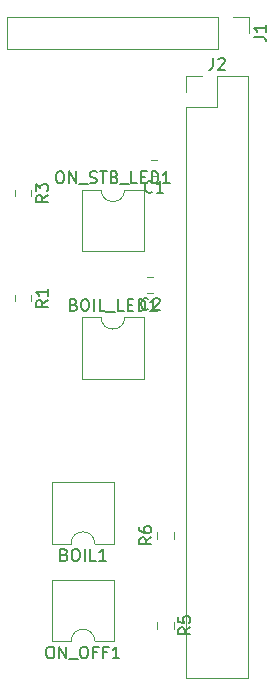
<source format=gbr>
G04 #@! TF.GenerationSoftware,KiCad,Pcbnew,(5.0.2)-1*
G04 #@! TF.CreationDate,2019-01-05T13:40:23-06:00*
G04 #@! TF.ProjectId,controller,636f6e74-726f-46c6-9c65-722e6b696361,rev?*
G04 #@! TF.SameCoordinates,Original*
G04 #@! TF.FileFunction,Legend,Top*
G04 #@! TF.FilePolarity,Positive*
%FSLAX46Y46*%
G04 Gerber Fmt 4.6, Leading zero omitted, Abs format (unit mm)*
G04 Created by KiCad (PCBNEW (5.0.2)-1) date 1/5/2019 1:40:23 PM*
%MOMM*%
%LPD*%
G01*
G04 APERTURE LIST*
%ADD10C,0.120000*%
%ADD11C,0.150000*%
G04 APERTURE END LIST*
D10*
G04 #@! TO.C,R1*
X128345000Y-77453748D02*
X128345000Y-77976252D01*
X126925000Y-77453748D02*
X126925000Y-77976252D01*
G04 #@! TO.C,R3*
X126925000Y-68563748D02*
X126925000Y-69086252D01*
X128345000Y-68563748D02*
X128345000Y-69086252D01*
G04 #@! TO.C,R5*
X140410000Y-105151422D02*
X140410000Y-105668578D01*
X138990000Y-105151422D02*
X138990000Y-105668578D01*
G04 #@! TO.C,R6*
X138990000Y-98051252D02*
X138990000Y-97528748D01*
X140410000Y-98051252D02*
X140410000Y-97528748D01*
G04 #@! TO.C,J2*
X141465001Y-109835001D02*
X146665001Y-109835001D01*
X141465001Y-61515001D02*
X141465001Y-109835001D01*
X146665001Y-58915001D02*
X146665001Y-109835001D01*
X141465001Y-61515001D02*
X144065001Y-61515001D01*
X144065001Y-61515001D02*
X144065001Y-58915001D01*
X144065001Y-58915001D02*
X146665001Y-58915001D01*
X141465001Y-60245001D02*
X141465001Y-58915001D01*
X141465001Y-58915001D02*
X142795001Y-58915001D01*
G04 #@! TO.C,J1*
X126305000Y-53915000D02*
X126305000Y-56575000D01*
X144145000Y-53915000D02*
X126305000Y-53915000D01*
X144145000Y-56575000D02*
X126305000Y-56575000D01*
X144145000Y-53915000D02*
X144145000Y-56575000D01*
X145415000Y-53915000D02*
X146745000Y-53915000D01*
X146745000Y-53915000D02*
X146745000Y-55245000D01*
G04 #@! TO.C,BOIL1*
X130065000Y-98485000D02*
X131715000Y-98485000D01*
X130065000Y-93285000D02*
X130065000Y-98485000D01*
X135365000Y-93285000D02*
X130065000Y-93285000D01*
X135365000Y-98485000D02*
X135365000Y-93285000D01*
X133715000Y-98485000D02*
X135365000Y-98485000D01*
X131715000Y-98485000D02*
G75*
G02X133715000Y-98485000I1000000J0D01*
G01*
G04 #@! TO.C,BOIL_LED1*
X136255000Y-79315000D02*
G75*
G02X134255000Y-79315000I-1000000J0D01*
G01*
X134255000Y-79315000D02*
X132605000Y-79315000D01*
X132605000Y-79315000D02*
X132605000Y-84515000D01*
X132605000Y-84515000D02*
X137905000Y-84515000D01*
X137905000Y-84515000D02*
X137905000Y-79315000D01*
X137905000Y-79315000D02*
X136255000Y-79315000D01*
G04 #@! TO.C,ON_OFF1*
X131715000Y-106740000D02*
G75*
G02X133715000Y-106740000I1000000J0D01*
G01*
X133715000Y-106740000D02*
X135365000Y-106740000D01*
X135365000Y-106740000D02*
X135365000Y-101540000D01*
X135365000Y-101540000D02*
X130065000Y-101540000D01*
X130065000Y-101540000D02*
X130065000Y-106740000D01*
X130065000Y-106740000D02*
X131715000Y-106740000D01*
G04 #@! TO.C,ON_STB_LED1*
X137905000Y-68520000D02*
X136255000Y-68520000D01*
X137905000Y-73720000D02*
X137905000Y-68520000D01*
X132605000Y-73720000D02*
X137905000Y-73720000D01*
X132605000Y-68520000D02*
X132605000Y-73720000D01*
X134255000Y-68520000D02*
X132605000Y-68520000D01*
X136255000Y-68520000D02*
G75*
G02X134255000Y-68520000I-1000000J0D01*
G01*
G04 #@! TO.C,C1*
X138991078Y-67385000D02*
X138473922Y-67385000D01*
X138991078Y-65965000D02*
X138473922Y-65965000D01*
G04 #@! TO.C,C2*
X138688578Y-75875001D02*
X138171422Y-75875001D01*
X138688578Y-77295001D02*
X138171422Y-77295001D01*
G04 #@! TO.C,R1*
D11*
X129737380Y-77881666D02*
X129261190Y-78215000D01*
X129737380Y-78453095D02*
X128737380Y-78453095D01*
X128737380Y-78072142D01*
X128785000Y-77976904D01*
X128832619Y-77929285D01*
X128927857Y-77881666D01*
X129070714Y-77881666D01*
X129165952Y-77929285D01*
X129213571Y-77976904D01*
X129261190Y-78072142D01*
X129261190Y-78453095D01*
X129737380Y-76929285D02*
X129737380Y-77500714D01*
X129737380Y-77215000D02*
X128737380Y-77215000D01*
X128880238Y-77310238D01*
X128975476Y-77405476D01*
X129023095Y-77500714D01*
G04 #@! TO.C,R3*
X129737380Y-68991666D02*
X129261190Y-69325000D01*
X129737380Y-69563095D02*
X128737380Y-69563095D01*
X128737380Y-69182142D01*
X128785000Y-69086904D01*
X128832619Y-69039285D01*
X128927857Y-68991666D01*
X129070714Y-68991666D01*
X129165952Y-69039285D01*
X129213571Y-69086904D01*
X129261190Y-69182142D01*
X129261190Y-69563095D01*
X128737380Y-68658333D02*
X128737380Y-68039285D01*
X129118333Y-68372619D01*
X129118333Y-68229761D01*
X129165952Y-68134523D01*
X129213571Y-68086904D01*
X129308809Y-68039285D01*
X129546904Y-68039285D01*
X129642142Y-68086904D01*
X129689761Y-68134523D01*
X129737380Y-68229761D01*
X129737380Y-68515476D01*
X129689761Y-68610714D01*
X129642142Y-68658333D01*
G04 #@! TO.C,R5*
X141802380Y-105576666D02*
X141326190Y-105910000D01*
X141802380Y-106148095D02*
X140802380Y-106148095D01*
X140802380Y-105767142D01*
X140850000Y-105671904D01*
X140897619Y-105624285D01*
X140992857Y-105576666D01*
X141135714Y-105576666D01*
X141230952Y-105624285D01*
X141278571Y-105671904D01*
X141326190Y-105767142D01*
X141326190Y-106148095D01*
X140802380Y-104671904D02*
X140802380Y-105148095D01*
X141278571Y-105195714D01*
X141230952Y-105148095D01*
X141183333Y-105052857D01*
X141183333Y-104814761D01*
X141230952Y-104719523D01*
X141278571Y-104671904D01*
X141373809Y-104624285D01*
X141611904Y-104624285D01*
X141707142Y-104671904D01*
X141754761Y-104719523D01*
X141802380Y-104814761D01*
X141802380Y-105052857D01*
X141754761Y-105148095D01*
X141707142Y-105195714D01*
G04 #@! TO.C,R6*
X138502380Y-97956666D02*
X138026190Y-98290000D01*
X138502380Y-98528095D02*
X137502380Y-98528095D01*
X137502380Y-98147142D01*
X137550000Y-98051904D01*
X137597619Y-98004285D01*
X137692857Y-97956666D01*
X137835714Y-97956666D01*
X137930952Y-98004285D01*
X137978571Y-98051904D01*
X138026190Y-98147142D01*
X138026190Y-98528095D01*
X137502380Y-97099523D02*
X137502380Y-97290000D01*
X137550000Y-97385238D01*
X137597619Y-97432857D01*
X137740476Y-97528095D01*
X137930952Y-97575714D01*
X138311904Y-97575714D01*
X138407142Y-97528095D01*
X138454761Y-97480476D01*
X138502380Y-97385238D01*
X138502380Y-97194761D01*
X138454761Y-97099523D01*
X138407142Y-97051904D01*
X138311904Y-97004285D01*
X138073809Y-97004285D01*
X137978571Y-97051904D01*
X137930952Y-97099523D01*
X137883333Y-97194761D01*
X137883333Y-97385238D01*
X137930952Y-97480476D01*
X137978571Y-97528095D01*
X138073809Y-97575714D01*
G04 #@! TO.C,J2*
X143731667Y-57367381D02*
X143731667Y-58081667D01*
X143684048Y-58224524D01*
X143588810Y-58319762D01*
X143445953Y-58367381D01*
X143350715Y-58367381D01*
X144160239Y-57462620D02*
X144207858Y-57415001D01*
X144303096Y-57367381D01*
X144541191Y-57367381D01*
X144636429Y-57415001D01*
X144684048Y-57462620D01*
X144731667Y-57557858D01*
X144731667Y-57653096D01*
X144684048Y-57795953D01*
X144112620Y-58367381D01*
X144731667Y-58367381D01*
G04 #@! TO.C,J1*
X147197380Y-55578333D02*
X147911666Y-55578333D01*
X148054523Y-55625952D01*
X148149761Y-55721190D01*
X148197380Y-55864047D01*
X148197380Y-55959285D01*
X148197380Y-54578333D02*
X148197380Y-55149761D01*
X148197380Y-54864047D02*
X147197380Y-54864047D01*
X147340238Y-54959285D01*
X147435476Y-55054523D01*
X147483095Y-55149761D01*
G04 #@! TO.C,BOIL1*
X131143571Y-99413571D02*
X131286428Y-99461190D01*
X131334047Y-99508809D01*
X131381666Y-99604047D01*
X131381666Y-99746904D01*
X131334047Y-99842142D01*
X131286428Y-99889761D01*
X131191190Y-99937380D01*
X130810238Y-99937380D01*
X130810238Y-98937380D01*
X131143571Y-98937380D01*
X131238809Y-98985000D01*
X131286428Y-99032619D01*
X131334047Y-99127857D01*
X131334047Y-99223095D01*
X131286428Y-99318333D01*
X131238809Y-99365952D01*
X131143571Y-99413571D01*
X130810238Y-99413571D01*
X132000714Y-98937380D02*
X132191190Y-98937380D01*
X132286428Y-98985000D01*
X132381666Y-99080238D01*
X132429285Y-99270714D01*
X132429285Y-99604047D01*
X132381666Y-99794523D01*
X132286428Y-99889761D01*
X132191190Y-99937380D01*
X132000714Y-99937380D01*
X131905476Y-99889761D01*
X131810238Y-99794523D01*
X131762619Y-99604047D01*
X131762619Y-99270714D01*
X131810238Y-99080238D01*
X131905476Y-98985000D01*
X132000714Y-98937380D01*
X132857857Y-99937380D02*
X132857857Y-98937380D01*
X133810238Y-99937380D02*
X133334047Y-99937380D01*
X133334047Y-98937380D01*
X134667380Y-99937380D02*
X134095952Y-99937380D01*
X134381666Y-99937380D02*
X134381666Y-98937380D01*
X134286428Y-99080238D01*
X134191190Y-99175476D01*
X134095952Y-99223095D01*
G04 #@! TO.C,BOIL_LED1*
X131945476Y-78243571D02*
X132088333Y-78291190D01*
X132135952Y-78338809D01*
X132183571Y-78434047D01*
X132183571Y-78576904D01*
X132135952Y-78672142D01*
X132088333Y-78719761D01*
X131993095Y-78767380D01*
X131612142Y-78767380D01*
X131612142Y-77767380D01*
X131945476Y-77767380D01*
X132040714Y-77815000D01*
X132088333Y-77862619D01*
X132135952Y-77957857D01*
X132135952Y-78053095D01*
X132088333Y-78148333D01*
X132040714Y-78195952D01*
X131945476Y-78243571D01*
X131612142Y-78243571D01*
X132802619Y-77767380D02*
X132993095Y-77767380D01*
X133088333Y-77815000D01*
X133183571Y-77910238D01*
X133231190Y-78100714D01*
X133231190Y-78434047D01*
X133183571Y-78624523D01*
X133088333Y-78719761D01*
X132993095Y-78767380D01*
X132802619Y-78767380D01*
X132707380Y-78719761D01*
X132612142Y-78624523D01*
X132564523Y-78434047D01*
X132564523Y-78100714D01*
X132612142Y-77910238D01*
X132707380Y-77815000D01*
X132802619Y-77767380D01*
X133659761Y-78767380D02*
X133659761Y-77767380D01*
X134612142Y-78767380D02*
X134135952Y-78767380D01*
X134135952Y-77767380D01*
X134707380Y-78862619D02*
X135469285Y-78862619D01*
X136183571Y-78767380D02*
X135707380Y-78767380D01*
X135707380Y-77767380D01*
X136516904Y-78243571D02*
X136850238Y-78243571D01*
X136993095Y-78767380D02*
X136516904Y-78767380D01*
X136516904Y-77767380D01*
X136993095Y-77767380D01*
X137421666Y-78767380D02*
X137421666Y-77767380D01*
X137659761Y-77767380D01*
X137802619Y-77815000D01*
X137897857Y-77910238D01*
X137945476Y-78005476D01*
X137993095Y-78195952D01*
X137993095Y-78338809D01*
X137945476Y-78529285D01*
X137897857Y-78624523D01*
X137802619Y-78719761D01*
X137659761Y-78767380D01*
X137421666Y-78767380D01*
X138945476Y-78767380D02*
X138374047Y-78767380D01*
X138659761Y-78767380D02*
X138659761Y-77767380D01*
X138564523Y-77910238D01*
X138469285Y-78005476D01*
X138374047Y-78053095D01*
G04 #@! TO.C,ON_OFF1*
X129857857Y-107192380D02*
X130048333Y-107192380D01*
X130143571Y-107240000D01*
X130238809Y-107335238D01*
X130286428Y-107525714D01*
X130286428Y-107859047D01*
X130238809Y-108049523D01*
X130143571Y-108144761D01*
X130048333Y-108192380D01*
X129857857Y-108192380D01*
X129762619Y-108144761D01*
X129667380Y-108049523D01*
X129619761Y-107859047D01*
X129619761Y-107525714D01*
X129667380Y-107335238D01*
X129762619Y-107240000D01*
X129857857Y-107192380D01*
X130715000Y-108192380D02*
X130715000Y-107192380D01*
X131286428Y-108192380D01*
X131286428Y-107192380D01*
X131524523Y-108287619D02*
X132286428Y-108287619D01*
X132715000Y-107192380D02*
X132905476Y-107192380D01*
X133000714Y-107240000D01*
X133095952Y-107335238D01*
X133143571Y-107525714D01*
X133143571Y-107859047D01*
X133095952Y-108049523D01*
X133000714Y-108144761D01*
X132905476Y-108192380D01*
X132715000Y-108192380D01*
X132619761Y-108144761D01*
X132524523Y-108049523D01*
X132476904Y-107859047D01*
X132476904Y-107525714D01*
X132524523Y-107335238D01*
X132619761Y-107240000D01*
X132715000Y-107192380D01*
X133905476Y-107668571D02*
X133572142Y-107668571D01*
X133572142Y-108192380D02*
X133572142Y-107192380D01*
X134048333Y-107192380D01*
X134762619Y-107668571D02*
X134429285Y-107668571D01*
X134429285Y-108192380D02*
X134429285Y-107192380D01*
X134905476Y-107192380D01*
X135810238Y-108192380D02*
X135238809Y-108192380D01*
X135524523Y-108192380D02*
X135524523Y-107192380D01*
X135429285Y-107335238D01*
X135334047Y-107430476D01*
X135238809Y-107478095D01*
G04 #@! TO.C,ON_STB_LED1*
X130683571Y-66972380D02*
X130874047Y-66972380D01*
X130969285Y-67020000D01*
X131064523Y-67115238D01*
X131112142Y-67305714D01*
X131112142Y-67639047D01*
X131064523Y-67829523D01*
X130969285Y-67924761D01*
X130874047Y-67972380D01*
X130683571Y-67972380D01*
X130588333Y-67924761D01*
X130493095Y-67829523D01*
X130445476Y-67639047D01*
X130445476Y-67305714D01*
X130493095Y-67115238D01*
X130588333Y-67020000D01*
X130683571Y-66972380D01*
X131540714Y-67972380D02*
X131540714Y-66972380D01*
X132112142Y-67972380D01*
X132112142Y-66972380D01*
X132350238Y-68067619D02*
X133112142Y-68067619D01*
X133302619Y-67924761D02*
X133445476Y-67972380D01*
X133683571Y-67972380D01*
X133778809Y-67924761D01*
X133826428Y-67877142D01*
X133874047Y-67781904D01*
X133874047Y-67686666D01*
X133826428Y-67591428D01*
X133778809Y-67543809D01*
X133683571Y-67496190D01*
X133493095Y-67448571D01*
X133397857Y-67400952D01*
X133350238Y-67353333D01*
X133302619Y-67258095D01*
X133302619Y-67162857D01*
X133350238Y-67067619D01*
X133397857Y-67020000D01*
X133493095Y-66972380D01*
X133731190Y-66972380D01*
X133874047Y-67020000D01*
X134159761Y-66972380D02*
X134731190Y-66972380D01*
X134445476Y-67972380D02*
X134445476Y-66972380D01*
X135397857Y-67448571D02*
X135540714Y-67496190D01*
X135588333Y-67543809D01*
X135635952Y-67639047D01*
X135635952Y-67781904D01*
X135588333Y-67877142D01*
X135540714Y-67924761D01*
X135445476Y-67972380D01*
X135064523Y-67972380D01*
X135064523Y-66972380D01*
X135397857Y-66972380D01*
X135493095Y-67020000D01*
X135540714Y-67067619D01*
X135588333Y-67162857D01*
X135588333Y-67258095D01*
X135540714Y-67353333D01*
X135493095Y-67400952D01*
X135397857Y-67448571D01*
X135064523Y-67448571D01*
X135826428Y-68067619D02*
X136588333Y-68067619D01*
X137302619Y-67972380D02*
X136826428Y-67972380D01*
X136826428Y-66972380D01*
X137635952Y-67448571D02*
X137969285Y-67448571D01*
X138112142Y-67972380D02*
X137635952Y-67972380D01*
X137635952Y-66972380D01*
X138112142Y-66972380D01*
X138540714Y-67972380D02*
X138540714Y-66972380D01*
X138778809Y-66972380D01*
X138921666Y-67020000D01*
X139016904Y-67115238D01*
X139064523Y-67210476D01*
X139112142Y-67400952D01*
X139112142Y-67543809D01*
X139064523Y-67734285D01*
X139016904Y-67829523D01*
X138921666Y-67924761D01*
X138778809Y-67972380D01*
X138540714Y-67972380D01*
X140064523Y-67972380D02*
X139493095Y-67972380D01*
X139778809Y-67972380D02*
X139778809Y-66972380D01*
X139683571Y-67115238D01*
X139588333Y-67210476D01*
X139493095Y-67258095D01*
G04 #@! TO.C,C1*
X138565833Y-68682142D02*
X138518214Y-68729761D01*
X138375357Y-68777380D01*
X138280119Y-68777380D01*
X138137261Y-68729761D01*
X138042023Y-68634523D01*
X137994404Y-68539285D01*
X137946785Y-68348809D01*
X137946785Y-68205952D01*
X137994404Y-68015476D01*
X138042023Y-67920238D01*
X138137261Y-67825000D01*
X138280119Y-67777380D01*
X138375357Y-67777380D01*
X138518214Y-67825000D01*
X138565833Y-67872619D01*
X139518214Y-68777380D02*
X138946785Y-68777380D01*
X139232500Y-68777380D02*
X139232500Y-67777380D01*
X139137261Y-67920238D01*
X139042023Y-68015476D01*
X138946785Y-68063095D01*
G04 #@! TO.C,C2*
X138263333Y-78592143D02*
X138215714Y-78639762D01*
X138072857Y-78687381D01*
X137977619Y-78687381D01*
X137834761Y-78639762D01*
X137739523Y-78544524D01*
X137691904Y-78449286D01*
X137644285Y-78258810D01*
X137644285Y-78115953D01*
X137691904Y-77925477D01*
X137739523Y-77830239D01*
X137834761Y-77735001D01*
X137977619Y-77687381D01*
X138072857Y-77687381D01*
X138215714Y-77735001D01*
X138263333Y-77782620D01*
X138644285Y-77782620D02*
X138691904Y-77735001D01*
X138787142Y-77687381D01*
X139025238Y-77687381D01*
X139120476Y-77735001D01*
X139168095Y-77782620D01*
X139215714Y-77877858D01*
X139215714Y-77973096D01*
X139168095Y-78115953D01*
X138596666Y-78687381D01*
X139215714Y-78687381D01*
G04 #@! TD*
M02*

</source>
